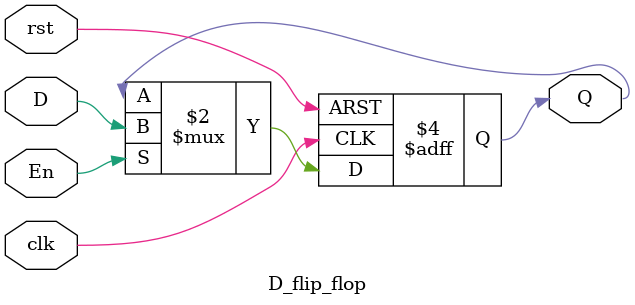
<source format=sv>
module decoder_3to8(
		input  logic [2:0] W,
		input  logic En, 
		output logic [7:0] Y
); 
decoder_2to4		Bottom(.En(~W[2]), .In(W[1:0]), .Q(Y[3:0]));
decoder_2to4		Top   (.En(W[2]),  .In(W[1:0]), .Q(Y[7:4]));
endmodule 


module decoder_2to4(
		input  logic En,
		input  logic [1:0] In,
		output logic [3:0] Q
);
wire logic A, B;
assign A = In[1];
assign B = In[0];

assign Q[0] = En & ~A & ~B;
assign Q[1] = En & ~A &  B;
assign Q[2] = En &  A & ~B;
assign Q[3] = En &  A &  B;
endmodule







module Register_9bit(
		input  logic [9:0] D,
		input  logic En, clk, reset,
		output logic [9:0] Q
);

D_flip_flop			Q0(.clk(clk), .En(En), .rst(reset), .D(D[0]), .Q(Q[0]));
D_flip_flop			Q1(.clk(clk), .En(En), .rst(reset), .D(D[1]), .Q(Q[1]));
D_flip_flop			Q2(.clk(clk), .En(En), .rst(reset), .D(D[2]), .Q(Q[2]));
D_flip_flop			Q3(.clk(clk), .En(En), .rst(reset), .D(D[3]), .Q(Q[3]));
D_flip_flop			Q4(.clk(clk), .En(En), .rst(reset), .D(D[4]), .Q(Q[4]));
D_flip_flop			Q5(.clk(clk), .En(En), .rst(reset), .D(D[5]), .Q(Q[5]));
D_flip_flop			Q6(.clk(clk), .En(En), .rst(reset), .D(D[6]), .Q(Q[6]));
D_flip_flop			Q7(.clk(clk), .En(En), .rst(reset), .D(D[7]), .Q(Q[7]));
D_flip_flop			Q8(.clk(clk), .En(En), .rst(reset), .D(D[8]), .Q(Q[8]));
endmodule


module D_flip_flop(
		input  logic D, rst, clk, En,
		output logic Q
);

always_ff@(posedge clk, posedge rst) begin
		if(rst)			Q  <=  0;
		else if(En)		Q  <=  D;
end
endmodule







</source>
